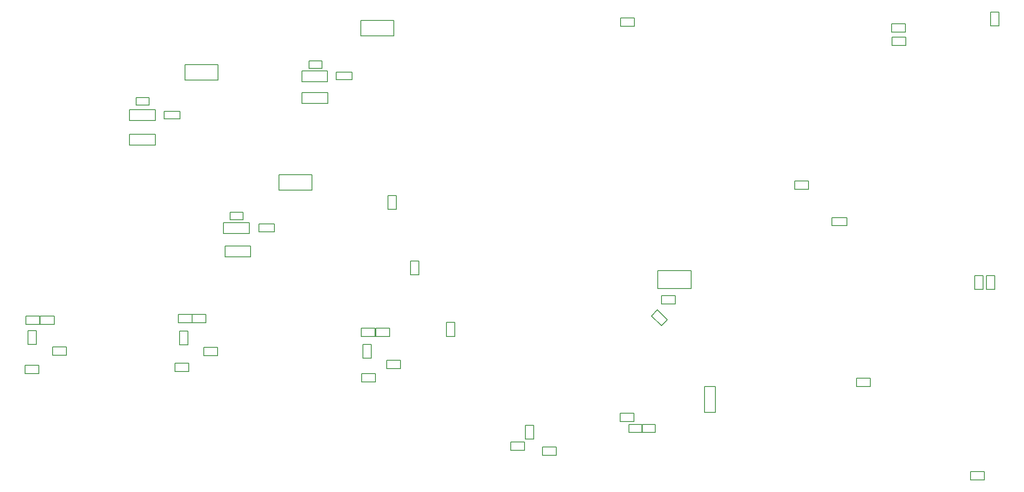
<source format=gbr>
%TF.GenerationSoftware,Altium Limited,Altium Designer,21.6.4 (81)*%
G04 Layer_Color=32768*
%FSLAX43Y43*%
%MOMM*%
%TF.SameCoordinates,76D5CAF9-2094-4FD7-9A7B-915B2AFADFAF*%
%TF.FilePolarity,Positive*%
%TF.FileFunction,Other,Bottom_Courtyard*%
%TF.Part,Single*%
G01*
G75*
%TA.AperFunction,NonConductor*%
%ADD115C,0.200*%
D115*
X94814Y98528D02*
Y101648D01*
X88114Y98528D02*
X94814D01*
X88114D02*
Y101648D01*
X94814D01*
X123745Y110625D02*
X130445D01*
X123745Y107505D02*
Y110625D01*
Y107505D02*
X130445D01*
Y110625D01*
X178069Y27025D02*
X180681D01*
Y28575D01*
X178069D02*
X180681D01*
X178069Y27025D02*
Y28575D01*
X180844D02*
X183456D01*
X180844Y27025D02*
Y28575D01*
Y27025D02*
X183456D01*
Y28575D01*
X179110Y29175D02*
Y30875D01*
X176310Y29175D02*
X179110D01*
X176310D02*
Y30875D01*
X179110D01*
X184675Y54724D02*
X187475D01*
X184675Y53024D02*
Y54724D01*
Y53024D02*
X187475D01*
Y54724D01*
X211725Y78025D02*
X214525D01*
X211725Y76325D02*
Y78025D01*
Y76325D02*
X214525D01*
Y78025D01*
X133800Y61750D02*
X135500D01*
Y58950D02*
Y61750D01*
X133800Y58950D02*
X135500D01*
X133800D02*
Y61750D01*
X154100Y23363D02*
Y25063D01*
X156900D01*
Y23363D02*
Y25063D01*
X154100Y23363D02*
X156900D01*
X163375Y22313D02*
Y24013D01*
X160575Y22313D02*
X163375D01*
X160575D02*
Y24013D01*
X163375D01*
X157100Y28463D02*
X158800D01*
Y25663D02*
Y28463D01*
X157100Y25663D02*
X158800D01*
X157100D02*
Y28463D01*
X183975Y56200D02*
Y59800D01*
X190675D01*
Y56200D02*
Y59800D01*
X183975Y56200D02*
X190675D01*
X183879Y51852D02*
X185859Y49872D01*
X182677Y50650D02*
X183879Y51852D01*
X182677Y50650D02*
X184657Y48670D01*
X185859Y49872D01*
X219275Y70600D02*
X222325D01*
X219275Y68950D02*
Y70600D01*
Y68950D02*
X222325D01*
Y70600D01*
X227025Y36260D02*
Y37960D01*
X224225Y36260D02*
X227025D01*
X224225D02*
Y37960D01*
X227025D01*
X251425Y109525D02*
X253125D01*
X251425D02*
Y112325D01*
X253125D01*
Y109525D02*
Y112325D01*
X193456Y31072D02*
X195656D01*
X193456D02*
Y36272D01*
X195656D01*
Y31072D02*
Y36272D01*
X113825Y76215D02*
Y79335D01*
X107125Y76215D02*
X113825D01*
X107125D02*
Y79335D01*
X113825D01*
X101381Y62620D02*
Y64820D01*
X96181Y62620D02*
X101381D01*
X96181D02*
Y64820D01*
X101381D01*
X117032Y93767D02*
Y95967D01*
X111832Y93767D02*
X117032D01*
X111832D02*
Y95967D01*
X117032D01*
X121929Y98585D02*
Y100135D01*
X118729Y98585D02*
X121929D01*
X118729D02*
Y100135D01*
X121929D01*
X115883Y100890D02*
Y102440D01*
X113271Y100890D02*
X115883D01*
X113271D02*
Y102440D01*
X115883D01*
X116977Y98159D02*
Y100359D01*
X111777Y98159D02*
X116977D01*
X111777D02*
Y100359D01*
X116977D01*
X99822Y70140D02*
Y71690D01*
X97210Y70140D02*
X99822D01*
X97210D02*
Y71690D01*
X99822D01*
X101116Y67415D02*
Y69615D01*
X95916Y67415D02*
X101116D01*
X95916D02*
Y69615D01*
X101116D01*
X106241Y67740D02*
Y69290D01*
X103041Y67740D02*
X106241D01*
X103041D02*
Y69290D01*
X106241D01*
X78158Y95012D02*
X80770D01*
X78158Y93462D02*
Y95012D01*
Y93462D02*
X80770D01*
Y95012D01*
X83864Y92212D02*
X87064D01*
X83864Y90662D02*
Y92212D01*
Y90662D02*
X87064D01*
Y92212D01*
X76864Y92537D02*
X82064D01*
X76864Y90337D02*
Y92537D01*
Y90337D02*
X82064D01*
Y92537D01*
X76864Y87488D02*
X82064D01*
X76864Y85288D02*
Y87488D01*
Y85288D02*
X82064D01*
Y87488D01*
X250570Y56026D02*
Y58826D01*
Y56026D02*
X252270D01*
Y58826D01*
X250570D02*
X252270D01*
X248221Y56012D02*
Y58812D01*
Y56012D02*
X249921D01*
Y58812D01*
X248221D02*
X249921D01*
X231330Y108271D02*
X234130D01*
Y109971D01*
X231330D02*
X234130D01*
X231330Y108271D02*
Y109971D01*
X231445Y105541D02*
X234245D01*
Y107241D01*
X231445D02*
X234245D01*
X231445Y105541D02*
Y107241D01*
X176377Y109441D02*
X179177D01*
Y111141D01*
X176377D02*
X179177D01*
X176377Y109441D02*
Y111141D01*
X141125Y46500D02*
Y49300D01*
Y46500D02*
X142825D01*
Y49300D01*
X141125D02*
X142825D01*
X129247Y72300D02*
Y75100D01*
Y72300D02*
X130947D01*
Y75100D01*
X129247D02*
X130947D01*
X86024Y41039D02*
X88824D01*
X86024Y39339D02*
Y41039D01*
Y39339D02*
X88824D01*
Y41039D01*
X129022Y39971D02*
X131822D01*
Y41671D01*
X129022D02*
X131822D01*
X129022Y39971D02*
Y41671D01*
X123822Y46471D02*
X126622D01*
Y48171D01*
X123822D02*
X126622D01*
X123822Y46471D02*
Y48171D01*
X125872Y42045D02*
Y44845D01*
X124172D02*
X125872D01*
X124172Y42045D02*
Y44845D01*
Y42045D02*
X125872D01*
X126772Y46471D02*
X129572D01*
Y48171D01*
X126772D02*
X129572D01*
X126772Y46471D02*
Y48171D01*
X86723Y49239D02*
X89523D01*
Y50939D01*
X86723D02*
X89523D01*
X86723Y49239D02*
Y50939D01*
X91923Y42590D02*
X94723D01*
Y44290D01*
X91923D02*
X94723D01*
X91923Y42590D02*
Y44290D01*
X88673Y44791D02*
Y47591D01*
X86973D02*
X88673D01*
X86973Y44791D02*
Y47591D01*
Y44791D02*
X88673D01*
X89523Y49239D02*
X92323D01*
Y50939D01*
X89523D02*
X92323D01*
X89523Y49239D02*
Y50939D01*
X61251Y42675D02*
X64051D01*
Y44375D01*
X61251D02*
X64051D01*
X61251Y42675D02*
Y44375D01*
X55806Y48919D02*
X58606D01*
Y50619D01*
X55806D02*
X58606D01*
X55806Y48919D02*
Y50619D01*
X57957Y44875D02*
Y47675D01*
X56257D02*
X57957D01*
X56257Y44875D02*
Y47675D01*
Y44875D02*
X57957D01*
X58751Y48919D02*
X61551D01*
Y50619D01*
X58751D02*
X61551D01*
X58751Y48919D02*
Y50619D01*
X123881Y38900D02*
X126681D01*
X123881Y37200D02*
Y38900D01*
Y37200D02*
X126681D01*
Y38900D01*
X58428Y38935D02*
Y40635D01*
X55628Y38935D02*
X58428D01*
X55628D02*
Y40635D01*
X58428D01*
X247350Y19060D02*
X250150D01*
X247350Y17360D02*
Y19060D01*
Y17360D02*
X250150D01*
Y19060D01*
%TF.MD5,4d24351f10194270bfb1ef89ca599db1*%
M02*

</source>
